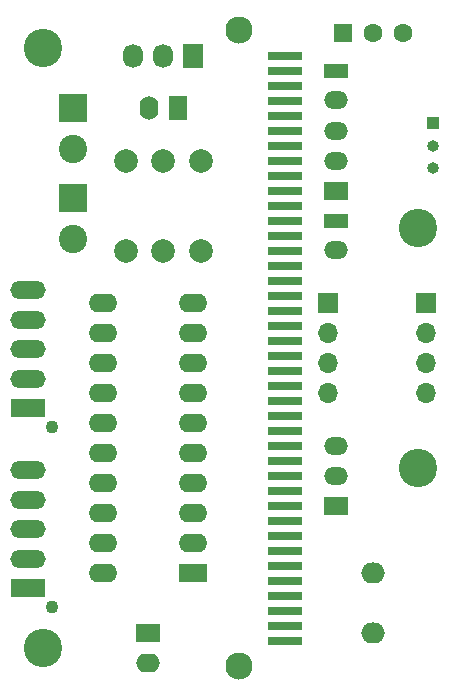
<source format=gts>
G04 #@! TF.FileFunction,Soldermask,Top*
%FSLAX46Y46*%
G04 Gerber Fmt 4.6, Leading zero omitted, Abs format (unit mm)*
G04 Created by KiCad (PCBNEW 4.0.7) date 10/20/19 14:23:03*
%MOMM*%
%LPD*%
G01*
G04 APERTURE LIST*
%ADD10C,0.100000*%
%ADD11R,3.000000X1.500000*%
%ADD12O,3.000000X1.500000*%
%ADD13C,1.100000*%
%ADD14R,1.000000X1.000000*%
%ADD15O,1.000000X1.000000*%
%ADD16R,1.700000X1.700000*%
%ADD17O,1.700000X1.700000*%
%ADD18O,2.000000X1.778000*%
%ADD19R,2.000000X1.300000*%
%ADD20O,2.000000X1.500000*%
%ADD21R,1.600000X2.000000*%
%ADD22O,1.600000X2.000000*%
%ADD23O,2.000000X1.600000*%
%ADD24R,2.000000X1.600000*%
%ADD25O,2.000000X1.520000*%
%ADD26R,2.000000X1.520000*%
%ADD27C,3.250000*%
%ADD28R,1.727200X2.032000*%
%ADD29O,1.727200X2.032000*%
%ADD30C,2.400000*%
%ADD31R,2.400000X2.400000*%
%ADD32C,2.300000*%
%ADD33R,2.900000X0.800000*%
%ADD34C,2.000000*%
%ADD35R,1.500000X1.500000*%
%ADD36C,1.600000*%
%ADD37R,2.400000X1.600000*%
%ADD38O,2.400000X1.600000*%
G04 APERTURE END LIST*
D10*
D11*
X124460000Y-109220000D03*
D12*
X124460000Y-106720000D03*
X124460000Y-104220000D03*
X124460000Y-101720000D03*
X124460000Y-99220000D03*
D13*
X126460000Y-110820000D03*
D11*
X124460000Y-93980000D03*
D12*
X124460000Y-91480000D03*
X124460000Y-88980000D03*
X124460000Y-86480000D03*
X124460000Y-83980000D03*
D13*
X126460000Y-95580000D03*
D14*
X158750000Y-69850000D03*
D15*
X158750000Y-71755000D03*
X158750000Y-73660000D03*
D16*
X149860000Y-85090000D03*
D17*
X149860000Y-87630000D03*
X149860000Y-90170000D03*
X149860000Y-92710000D03*
D16*
X158115000Y-85090000D03*
D17*
X158115000Y-87630000D03*
X158115000Y-90170000D03*
X158115000Y-92710000D03*
D18*
X153670000Y-113030000D03*
X153670000Y-107950000D03*
D19*
X150495000Y-78105000D03*
D20*
X150495000Y-80605000D03*
D19*
X150495000Y-65405000D03*
D20*
X150495000Y-67905000D03*
D21*
X137160000Y-68580000D03*
D22*
X134660000Y-68580000D03*
D23*
X134620000Y-115530000D03*
D24*
X134620000Y-113030000D03*
D25*
X150495000Y-73025000D03*
X150495000Y-70485000D03*
D26*
X150495000Y-75565000D03*
D25*
X150495000Y-99695000D03*
X150495000Y-97155000D03*
D26*
X150495000Y-102235000D03*
D27*
X157480000Y-99060000D03*
X125730000Y-114300000D03*
X157480000Y-78740000D03*
X125730000Y-63500000D03*
D28*
X138430000Y-64135000D03*
D29*
X135890000Y-64135000D03*
X133350000Y-64135000D03*
D30*
X128270000Y-72080000D03*
D31*
X128270000Y-68580000D03*
D30*
X128270000Y-79700000D03*
D31*
X128270000Y-76200000D03*
D32*
X142310000Y-62000000D03*
D33*
X146210000Y-113665000D03*
X146210000Y-111125000D03*
X146210000Y-108585000D03*
X146210000Y-106045000D03*
X146210000Y-103505000D03*
X146210000Y-100965000D03*
X146210000Y-98425000D03*
X146210000Y-95885000D03*
X146210000Y-93345000D03*
X146210000Y-90805000D03*
X146210000Y-88265000D03*
X146210000Y-85725000D03*
X146210000Y-83185000D03*
X146210000Y-80645000D03*
X146210000Y-78105000D03*
X146210000Y-75565000D03*
X146210000Y-73025000D03*
X146210000Y-70485000D03*
X146210000Y-67945000D03*
X146210000Y-65405000D03*
X146210000Y-112395000D03*
X146210000Y-109855000D03*
X146210000Y-107315000D03*
X146210000Y-104775000D03*
X146210000Y-102235000D03*
X146210000Y-99695000D03*
X146210000Y-97155000D03*
X146210000Y-94615000D03*
X146210000Y-92075000D03*
X146210000Y-89535000D03*
X146210000Y-86995000D03*
X146210000Y-84455000D03*
X146210000Y-81915000D03*
X146210000Y-79375000D03*
X146210000Y-76835000D03*
X146210000Y-74295000D03*
X146210000Y-71755000D03*
X146210000Y-69215000D03*
X146210000Y-66675000D03*
X146210000Y-64135000D03*
D32*
X142310000Y-115800000D03*
D34*
X132715000Y-80645000D03*
X132715000Y-73025000D03*
X135890000Y-73025000D03*
X135890000Y-80645000D03*
X139065000Y-80645000D03*
X139065000Y-73025000D03*
D35*
X151130000Y-62230000D03*
D36*
X153670000Y-62230000D03*
X156210000Y-62230000D03*
D37*
X138430000Y-107950000D03*
D38*
X130810000Y-85090000D03*
X138430000Y-105410000D03*
X130810000Y-87630000D03*
X138430000Y-102870000D03*
X130810000Y-90170000D03*
X138430000Y-100330000D03*
X130810000Y-92710000D03*
X138430000Y-97790000D03*
X130810000Y-95250000D03*
X138430000Y-95250000D03*
X130810000Y-97790000D03*
X138430000Y-92710000D03*
X130810000Y-100330000D03*
X138430000Y-90170000D03*
X130810000Y-102870000D03*
X138430000Y-87630000D03*
X130810000Y-105410000D03*
X138430000Y-85090000D03*
X130810000Y-107950000D03*
M02*

</source>
